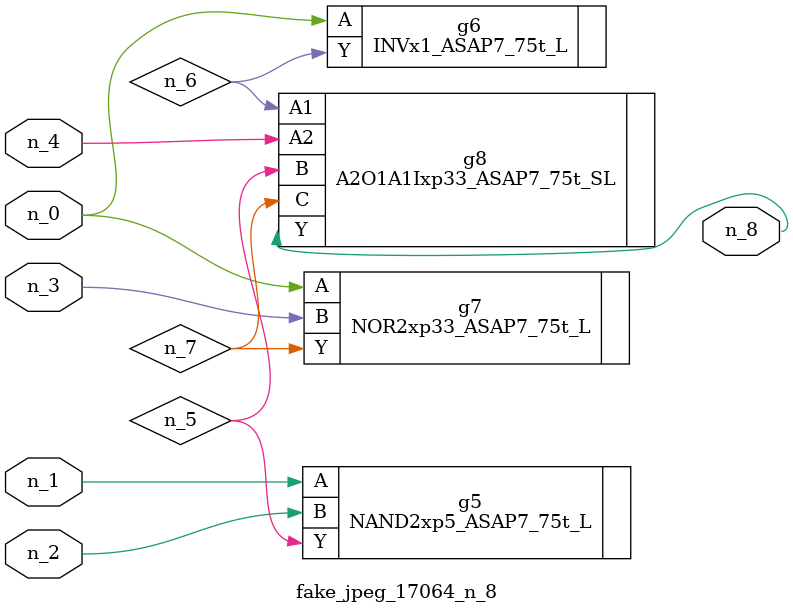
<source format=v>
module fake_jpeg_17064_n_8 (n_3, n_2, n_1, n_0, n_4, n_8);

input n_3;
input n_2;
input n_1;
input n_0;
input n_4;

output n_8;

wire n_6;
wire n_5;
wire n_7;

NAND2xp5_ASAP7_75t_L g5 ( 
.A(n_1),
.B(n_2),
.Y(n_5)
);

INVx1_ASAP7_75t_L g6 ( 
.A(n_0),
.Y(n_6)
);

NOR2xp33_ASAP7_75t_L g7 ( 
.A(n_0),
.B(n_3),
.Y(n_7)
);

A2O1A1Ixp33_ASAP7_75t_SL g8 ( 
.A1(n_6),
.A2(n_4),
.B(n_5),
.C(n_7),
.Y(n_8)
);


endmodule
</source>
